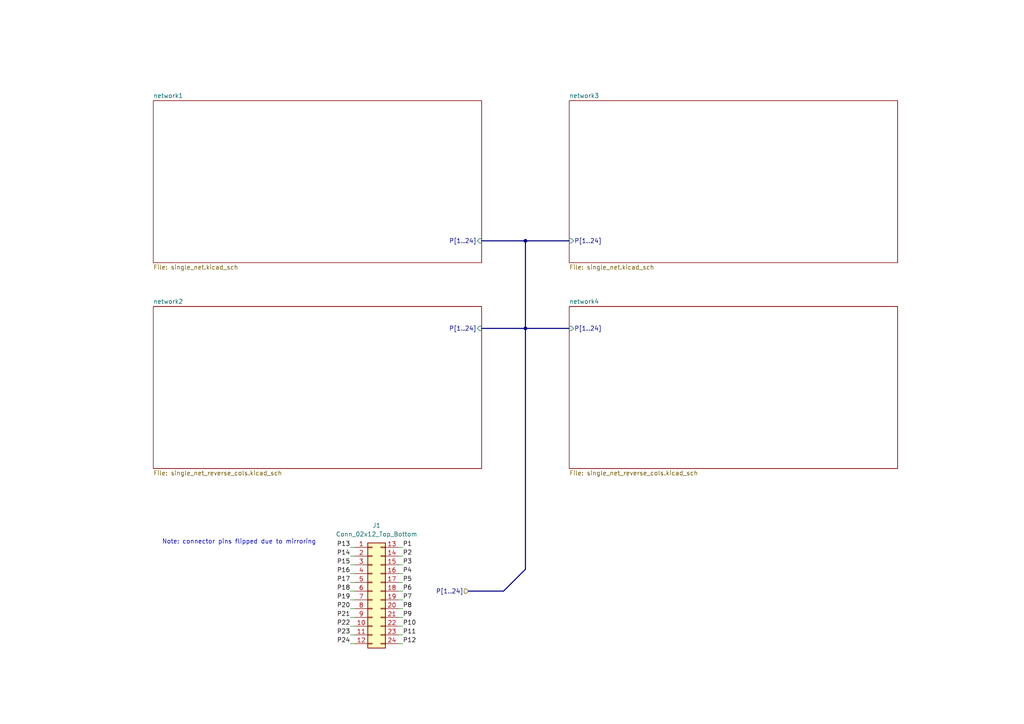
<source format=kicad_sch>
(kicad_sch (version 20231120) (generator "eeschema") (generator_version "8.0")
  (paper "A4")
  (lib_symbols
    (symbol "Connector_Generic:Conn_02x12_Top_Bottom" (pin_names (offset 1.016) hide)
      (property "Reference" "J" (at 1.27 15.24 0))
      (property "Value" "Conn_02x12_Top_Bottom" (at 1.27 -17.78 0))
      (symbol "Conn_02x12_Top_Bottom_1_1"
        (rectangle (start -1.27 -15.113) (end 0 -15.367) (stroke (width 0.1524)))
        (rectangle (start -1.27 -12.573) (end 0 -12.827) (stroke (width 0.1524)))
        (rectangle (start -1.27 -10.033) (end 0 -10.287) (stroke (width 0.1524)))
        (rectangle (start -1.27 -7.493) (end 0 -7.747) (stroke (width 0.1524)))
        (rectangle (start -1.27 -4.953) (end 0 -5.207) (stroke (width 0.1524)))
        (rectangle (start -1.27 -2.413) (end 0 -2.667) (stroke (width 0.1524)))
        (rectangle (start -1.27 0.127) (end 0 -0.127) (stroke (width 0.1524)))
        (rectangle (start -1.27 2.667) (end 0 2.413) (stroke (width 0.1524)))
        (rectangle (start -1.27 5.207) (end 0 4.953) (stroke (width 0.1524)))
        (rectangle (start -1.27 7.747) (end 0 7.493) (stroke (width 0.1524)))
        (rectangle (start -1.27 10.287) (end 0 10.033) (stroke (width 0.1524)))
        (rectangle (start -1.27 12.827) (end 0 12.573) (stroke (width 0.1524)))
        (rectangle (start -1.27 13.97) (end 3.81 -16.51) (stroke (width 0.254)) (fill (type background)))
        (rectangle (start 3.81 -15.113) (end 2.54 -15.367) (stroke (width 0.1524)))
        (rectangle (start 3.81 -12.573) (end 2.54 -12.827) (stroke (width 0.1524)))
        (rectangle (start 3.81 -10.033) (end 2.54 -10.287) (stroke (width 0.1524)))
        (rectangle (start 3.81 -7.493) (end 2.54 -7.747) (stroke (width 0.1524)))
        (rectangle (start 3.81 -4.953) (end 2.54 -5.207) (stroke (width 0.1524)))
        (rectangle (start 3.81 -2.413) (end 2.54 -2.667) (stroke (width 0.1524)))
        (rectangle (start 3.81 0.127) (end 2.54 -0.127) (stroke (width 0.1524)))
        (rectangle (start 3.81 2.667) (end 2.54 2.413) (stroke (width 0.1524)))
        (rectangle (start 3.81 5.207) (end 2.54 4.953) (stroke (width 0.1524)))
        (rectangle (start 3.81 7.747) (end 2.54 7.493) (stroke (width 0.1524)))
        (rectangle (start 3.81 10.287) (end 2.54 10.033) (stroke (width 0.1524)))
        (rectangle (start 3.81 12.827) (end 2.54 12.573) (stroke (width 0.1524)))
        (pin passive line (at -5.08 12.7 0) (length 3.81) (name "Pin_1") (number "1"))
        (pin passive line (at -5.08 -10.16 0) (length 3.81) (name "Pin_10") (number "10"))
        (pin passive line (at -5.08 -12.7 0) (length 3.81) (name "Pin_11") (number "11"))
        (pin passive line (at -5.08 -15.24 0) (length 3.81) (name "Pin_12") (number "12"))
        (pin passive line (at 7.62 12.7 180) (length 3.81) (name "Pin_13") (number "13"))
        (pin passive line (at 7.62 10.16 180) (length 3.81) (name "Pin_14") (number "14"))
        (pin passive line (at 7.62 7.62 180) (length 3.81) (name "Pin_15") (number "15"))
        (pin passive line (at 7.62 5.08 180) (length 3.81) (name "Pin_16") (number "16"))
        (pin passive line (at 7.62 2.54 180) (length 3.81) (name "Pin_17") (number "17"))
        (pin passive line (at 7.62 0 180) (length 3.81) (name "Pin_18") (number "18"))
        (pin passive line (at 7.62 -2.54 180) (length 3.81) (name "Pin_19") (number "19"))
        (pin passive line (at -5.08 10.16 0) (length 3.81) (name "Pin_2") (number "2"))
        (pin passive line (at 7.62 -5.08 180) (length 3.81) (name "Pin_20") (number "20"))
        (pin passive line (at 7.62 -7.62 180) (length 3.81) (name "Pin_21") (number "21"))
        (pin passive line (at 7.62 -10.16 180) (length 3.81) (name "Pin_22") (number "22"))
        (pin passive line (at 7.62 -12.7 180) (length 3.81) (name "Pin_23") (number "23"))
        (pin passive line (at 7.62 -15.24 180) (length 3.81) (name "Pin_24") (number "24"))
        (pin passive line (at -5.08 7.62 0) (length 3.81) (name "Pin_3") (number "3"))
        (pin passive line (at -5.08 5.08 0) (length 3.81) (name "Pin_4") (number "4"))
        (pin passive line (at -5.08 2.54 0) (length 3.81) (name "Pin_5") (number "5"))
        (pin passive line (at -5.08 0 0) (length 3.81) (name "Pin_6") (number "6"))
        (pin passive line (at -5.08 -2.54 0) (length 3.81) (name "Pin_7") (number "7"))
        (pin passive line (at -5.08 -5.08 0) (length 3.81) (name "Pin_8") (number "8"))
        (pin passive line (at -5.08 -7.62 0) (length 3.81) (name "Pin_9") (number "9"))
      )
    )
  )
  (junction (at 152.4 95.25))
  (junction (at 152.4 69.85))
  (bus (pts (xy 152.4 165.1) (xy 146.05 171.45)))
  (wire (pts (xy 101.6 173.99) (xy 102.87 173.99)))
  (wire (pts (xy 116.84 186.69) (xy 115.57 186.69)))
  (bus (pts (xy 139.7 95.25) (xy 152.4 95.25)))
  (wire (pts (xy 116.84 168.91) (xy 115.57 168.91)))
  (wire (pts (xy 116.84 171.45) (xy 115.57 171.45)))
  (wire (pts (xy 116.84 173.99) (xy 115.57 173.99)))
  (wire (pts (xy 101.6 158.75) (xy 102.87 158.75)))
  (bus (pts (xy 152.4 95.25) (xy 165.1 95.25)))
  (wire (pts (xy 116.84 179.07) (xy 115.57 179.07)))
  (wire (pts (xy 101.6 181.61) (xy 102.87 181.61)))
  (wire (pts (xy 101.6 168.91) (xy 102.87 168.91)))
  (wire (pts (xy 101.6 171.45) (xy 102.87 171.45)))
  (wire (pts (xy 116.84 176.53) (xy 115.57 176.53)))
  (bus (pts (xy 152.4 69.85) (xy 152.4 95.25)))
  (wire (pts (xy 101.6 163.83) (xy 102.87 163.83)))
  (bus (pts (xy 152.4 69.85) (xy 165.1 69.85)))
  (wire (pts (xy 101.6 161.29) (xy 102.87 161.29)))
  (wire (pts (xy 101.6 186.69) (xy 102.87 186.69)))
  (wire (pts (xy 116.84 161.29) (xy 115.57 161.29)))
  (wire (pts (xy 101.6 184.15) (xy 102.87 184.15)))
  (wire (pts (xy 116.84 181.61) (xy 115.57 181.61)))
  (wire (pts (xy 101.6 176.53) (xy 102.87 176.53)))
  (wire (pts (xy 116.84 163.83) (xy 115.57 163.83)))
  (wire (pts (xy 101.6 179.07) (xy 102.87 179.07)))
  (wire (pts (xy 116.84 166.37) (xy 115.57 166.37)))
  (wire (pts (xy 116.84 158.75) (xy 115.57 158.75)))
  (wire (pts (xy 116.84 184.15) (xy 115.57 184.15)))
  (wire (pts (xy 101.6 166.37) (xy 102.87 166.37)))
  (bus (pts (xy 152.4 95.25) (xy 152.4 165.1)))
  (bus (pts (xy 135.89 171.45) (xy 146.05 171.45)))
  (bus (pts (xy 139.7 69.85) (xy 152.4 69.85)))
  (text "Note: connector pins flipped due to mirroring" (at 69.342 157.226 0) (effects (font (size 1.27 1.27))))
  (label "P6" (at 116.84 171.45 0))
  (label "P11" (at 116.84 184.15 0))
  (label "P17" (at 101.6 168.91 180))
  (label "P19" (at 101.6 173.99 180))
  (label "P3" (at 116.84 163.83 0))
  (label "P15" (at 101.6 163.83 180))
  (label "P1" (at 116.84 158.75 0))
  (label "P14" (at 101.6 161.29 180))
  (label "P9" (at 116.84 179.07 0))
  (label "P23" (at 101.6 184.15 180))
  (label "P4" (at 116.84 166.37 0))
  (label "P8" (at 116.84 176.53 0))
  (label "P22" (at 101.6 181.61 180))
  (label "P18" (at 101.6 171.45 180))
  (label "P2" (at 116.84 161.29 0))
  (label "P7" (at 116.84 173.99 0))
  (label "P10" (at 116.84 181.61 0))
  (label "P5" (at 116.84 168.91 0))
  (label "P16" (at 101.6 166.37 180))
  (label "P20" (at 101.6 176.53 180))
  (label "P13" (at 101.6 158.75 180))
  (label "P12" (at 116.84 186.69 0))
  (label "P24" (at 101.6 186.69 180))
  (label "P21" (at 101.6 179.07 180))
  (hierarchical_label "P[1..24]" (shape input) (at 135.89 171.45 180))
  (symbol (lib_id "Connector_Generic:Conn_02x12_Top_Bottom") (at 107.95 171.45 0) (unit 1)
    (property "Reference" "J1" (at 109.22 152.4 0))
    (property "Value" "Conn_02x12_Top_Bottom" (at 109.22 154.94 0))
    (property "Footprint" "ccatlib:PinSocket_2x12_P2.54mm_Vertical_SMD_custom" (effects (hide yes)))
    (property "Description" "Generic connector, double row, 02x12, top/bottom pin numbering scheme (row 1: 1...pins_per_row, row2: pins_per_row+1 ... num_pins), script generated (kicad-library-utils/schlib/autogen/connector/)" (effects (hide yes)))
    (property "LCSC Part #" "C19268781" (effects (hide yes)))
  )
  (sheet (at 44.45 29.21) (size 95.25 46.99) (stroke (width 0.1524))
    (property "Sheetname" "network1" (at 44.45 28.4984 0) (effects (justify left bottom)))
    (property "Sheetfile" "single_net.kicad_sch" (at 44.45 76.7846 0) (effects (justify left top)))
    (pin "P[1..24]" input (at 139.7 69.85 0))
  )
  (sheet (at 165.1 29.21) (size 95.25 46.99) (stroke (width 0.1524))
    (property "Sheetname" "network3" (at 165.1 28.4984 0) (effects (justify left bottom)))
    (property "Sheetfile" "single_net.kicad_sch" (at 165.1 76.7846 0) (effects (justify left top)))
    (pin "P[1..24]" input (at 165.1 69.85 180))
  )
  (sheet (at 165.1 88.9) (size 95.25 46.99) (stroke (width 0.1524))
    (property "Sheetname" "network4" (at 165.1 88.1884 0) (effects (justify left bottom)))
    (property "Sheetfile" "single_net_reverse_cols.kicad_sch" (at 165.1 136.4746 0) (effects (justify left top)))
    (pin "P[1..24]" input (at 165.1 95.25 180))
  )
  (sheet (at 44.45 88.9) (size 95.25 46.99) (stroke (width 0.1524))
    (property "Sheetname" "network2" (at 44.45 88.1884 0) (effects (justify left bottom)))
    (property "Sheetfile" "single_net_reverse_cols.kicad_sch" (at 44.45 136.4746 0) (effects (justify left top)))
    (pin "P[1..24]" input (at 139.7 95.25 0))
  )
)
</source>
